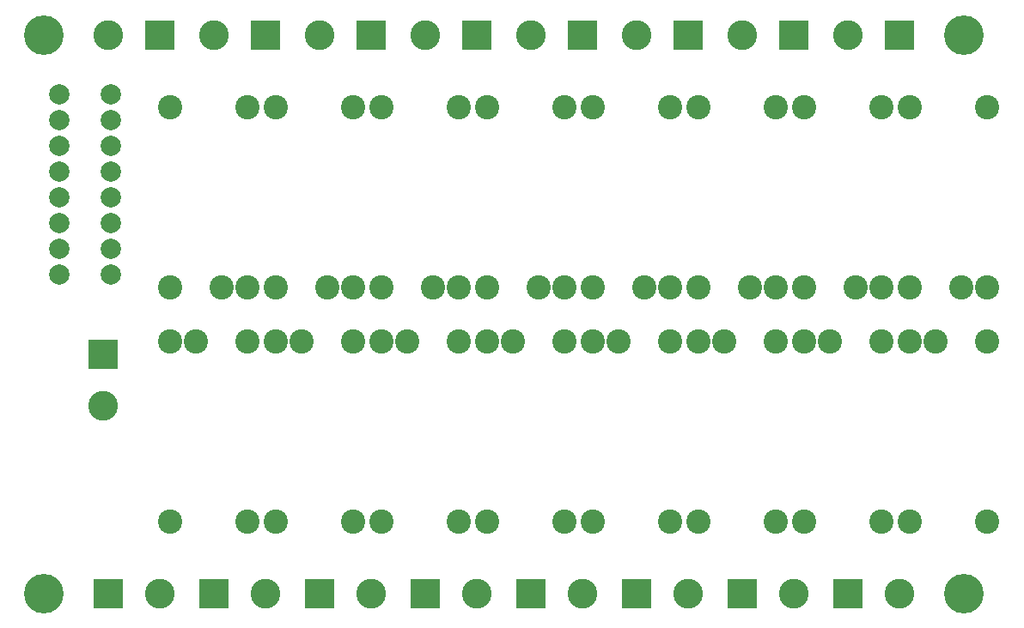
<source format=gbr>
G04 #@! TF.FileFunction,Soldermask,Top*
%FSLAX46Y46*%
G04 Gerber Fmt 4.6, Leading zero omitted, Abs format (unit mm)*
G04 Created by KiCad (PCBNEW 4.0.0-stable) date 06.09.2016 12:35:27*
%MOMM*%
G01*
G04 APERTURE LIST*
%ADD10C,0.100000*%
%ADD11C,2.000000*%
%ADD12R,2.940000X2.940000*%
%ADD13C,2.940000*%
%ADD14C,2.400000*%
%ADD15C,3.900000*%
G04 APERTURE END LIST*
D10*
D11*
X41910000Y-42672000D03*
X36830000Y-42672000D03*
X41910000Y-45212000D03*
X36830000Y-45212000D03*
X36830000Y-40132000D03*
X41910000Y-40132000D03*
X36830000Y-47752000D03*
X41910000Y-47752000D03*
X36830000Y-50292000D03*
X36830000Y-52832000D03*
X36830000Y-55372000D03*
X36830000Y-57912000D03*
X41910000Y-50292000D03*
X41910000Y-52832000D03*
X41910000Y-55372000D03*
X41910000Y-57912000D03*
D12*
X41148000Y-65786000D03*
D13*
X41148000Y-70866000D03*
D12*
X119634000Y-34290000D03*
D13*
X114554000Y-34290000D03*
D12*
X114554000Y-89408000D03*
D13*
X119634000Y-89408000D03*
D12*
X109220000Y-34290000D03*
D13*
X104140000Y-34290000D03*
D12*
X104140000Y-89408000D03*
D13*
X109220000Y-89408000D03*
D12*
X98806000Y-34290000D03*
D13*
X93726000Y-34290000D03*
D12*
X93726000Y-89408000D03*
D13*
X98806000Y-89408000D03*
D12*
X88392000Y-34290000D03*
D13*
X83312000Y-34290000D03*
D12*
X83312000Y-89408000D03*
D13*
X88392000Y-89408000D03*
D14*
X120650000Y-59182000D03*
X125730000Y-59182000D03*
X128270000Y-59182000D03*
X120650000Y-41402000D03*
X128270000Y-41402000D03*
X128270000Y-64516000D03*
X123190000Y-64516000D03*
X120650000Y-64516000D03*
X128270000Y-82296000D03*
X120650000Y-82296000D03*
X110236000Y-59182000D03*
X115316000Y-59182000D03*
X117856000Y-59182000D03*
X110236000Y-41402000D03*
X117856000Y-41402000D03*
X117856000Y-64516000D03*
X112776000Y-64516000D03*
X110236000Y-64516000D03*
X117856000Y-82296000D03*
X110236000Y-82296000D03*
X99822000Y-59182000D03*
X104902000Y-59182000D03*
X107442000Y-59182000D03*
X99822000Y-41402000D03*
X107442000Y-41402000D03*
X107442000Y-64516000D03*
X102362000Y-64516000D03*
X99822000Y-64516000D03*
X107442000Y-82296000D03*
X99822000Y-82296000D03*
X89408000Y-59182000D03*
X94488000Y-59182000D03*
X97028000Y-59182000D03*
X89408000Y-41402000D03*
X97028000Y-41402000D03*
X97028000Y-64516000D03*
X91948000Y-64516000D03*
X89408000Y-64516000D03*
X97028000Y-82296000D03*
X89408000Y-82296000D03*
D12*
X77978000Y-34290000D03*
D13*
X72898000Y-34290000D03*
D12*
X72898000Y-89408000D03*
D13*
X77978000Y-89408000D03*
D12*
X67564000Y-34290000D03*
D13*
X62484000Y-34290000D03*
D12*
X62484000Y-89408000D03*
D13*
X67564000Y-89408000D03*
D12*
X57150000Y-34290000D03*
D13*
X52070000Y-34290000D03*
D12*
X52070000Y-89408000D03*
D13*
X57150000Y-89408000D03*
D12*
X46736000Y-34290000D03*
D13*
X41656000Y-34290000D03*
D12*
X41656000Y-89408000D03*
D13*
X46736000Y-89408000D03*
D14*
X78994000Y-59182000D03*
X84074000Y-59182000D03*
X86614000Y-59182000D03*
X78994000Y-41402000D03*
X86614000Y-41402000D03*
X86614000Y-64516000D03*
X81534000Y-64516000D03*
X78994000Y-64516000D03*
X86614000Y-82296000D03*
X78994000Y-82296000D03*
X68580000Y-59182000D03*
X73660000Y-59182000D03*
X76200000Y-59182000D03*
X68580000Y-41402000D03*
X76200000Y-41402000D03*
X76200000Y-64516000D03*
X71120000Y-64516000D03*
X68580000Y-64516000D03*
X76200000Y-82296000D03*
X68580000Y-82296000D03*
X58166000Y-59182000D03*
X63246000Y-59182000D03*
X65786000Y-59182000D03*
X58166000Y-41402000D03*
X65786000Y-41402000D03*
X65786000Y-64516000D03*
X60706000Y-64516000D03*
X58166000Y-64516000D03*
X65786000Y-82296000D03*
X58166000Y-82296000D03*
X47752000Y-59182000D03*
X52832000Y-59182000D03*
X55372000Y-59182000D03*
X47752000Y-41402000D03*
X55372000Y-41402000D03*
X55372000Y-64516000D03*
X50292000Y-64516000D03*
X47752000Y-64516000D03*
X55372000Y-82296000D03*
X47752000Y-82296000D03*
D15*
X35306000Y-34290000D03*
X125984000Y-34290000D03*
X35306000Y-89408000D03*
X125984000Y-89408000D03*
M02*

</source>
